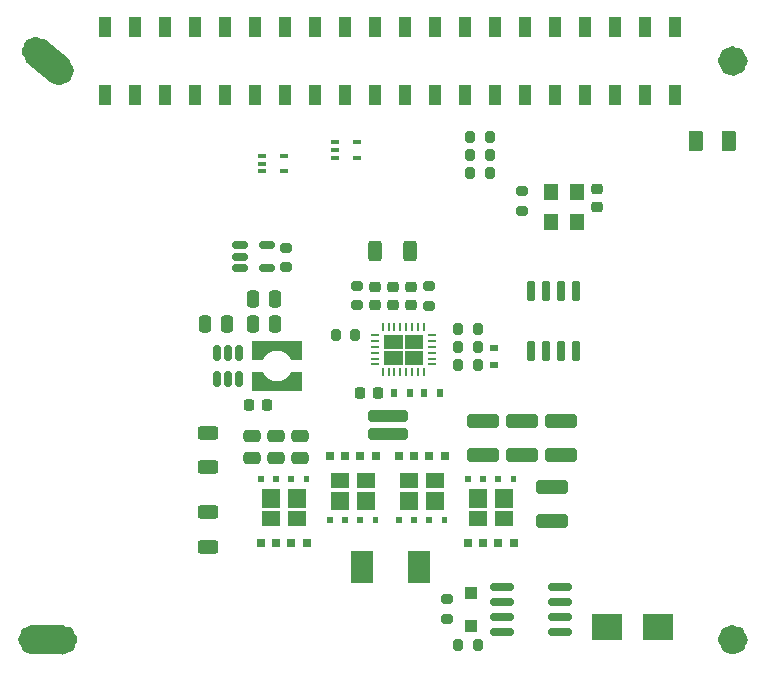
<source format=gbr>
%TF.GenerationSoftware,KiCad,Pcbnew,7.0.10-7.0.10~ubuntu22.04.1*%
%TF.CreationDate,2024-02-04T10:47:15-08:00*%
%TF.ProjectId,PI-Power-Board,50492d50-6f77-4657-922d-426f6172642e,rev?*%
%TF.SameCoordinates,Original*%
%TF.FileFunction,Paste,Top*%
%TF.FilePolarity,Positive*%
%FSLAX46Y46*%
G04 Gerber Fmt 4.6, Leading zero omitted, Abs format (unit mm)*
G04 Created by KiCad (PCBNEW 7.0.10-7.0.10~ubuntu22.04.1) date 2024-02-04 10:47:15*
%MOMM*%
%LPD*%
G01*
G04 APERTURE LIST*
G04 Aperture macros list*
%AMRoundRect*
0 Rectangle with rounded corners*
0 $1 Rounding radius*
0 $2 $3 $4 $5 $6 $7 $8 $9 X,Y pos of 4 corners*
0 Add a 4 corners polygon primitive as box body*
4,1,4,$2,$3,$4,$5,$6,$7,$8,$9,$2,$3,0*
0 Add four circle primitives for the rounded corners*
1,1,$1+$1,$2,$3*
1,1,$1+$1,$4,$5*
1,1,$1+$1,$6,$7*
1,1,$1+$1,$8,$9*
0 Add four rect primitives between the rounded corners*
20,1,$1+$1,$2,$3,$4,$5,0*
20,1,$1+$1,$4,$5,$6,$7,0*
20,1,$1+$1,$6,$7,$8,$9,0*
20,1,$1+$1,$8,$9,$2,$3,0*%
%AMFreePoly0*
4,1,19,2.150000,-1.500000,1.178000,-1.500000,1.004600,-1.196144,0.973342,-1.155910,0.813266,-1.008178,0.631098,-0.888747,0.431787,-0.800859,0.232864,-0.750000,-0.230715,-0.750000,-0.424765,-0.798454,-0.624566,-0.885221,-0.807402,-1.003628,-0.968306,-1.150458,-1.005627,-1.197944,-1.178000,-1.500000,-2.150000,-1.500000,-2.150000,0.100000,2.150000,0.100000,2.150000,-1.500000,2.150000,-1.500000,
$1*%
G04 Aperture macros list end*
%ADD10C,1.250000*%
%ADD11C,0.050000*%
%ADD12RoundRect,0.250000X-1.100000X0.325000X-1.100000X-0.325000X1.100000X-0.325000X1.100000X0.325000X0*%
%ADD13RoundRect,0.200000X0.200000X0.275000X-0.200000X0.275000X-0.200000X-0.275000X0.200000X-0.275000X0*%
%ADD14RoundRect,0.150000X-0.512500X-0.150000X0.512500X-0.150000X0.512500X0.150000X-0.512500X0.150000X0*%
%ADD15RoundRect,0.225000X0.225000X0.250000X-0.225000X0.250000X-0.225000X-0.250000X0.225000X-0.250000X0*%
%ADD16RoundRect,0.250000X0.475000X-0.250000X0.475000X0.250000X-0.475000X0.250000X-0.475000X-0.250000X0*%
%ADD17FreePoly0,180.000000*%
%ADD18FreePoly0,0.000000*%
%ADD19R,1.200000X1.400000*%
%ADD20R,0.660000X0.750000*%
%ADD21R,0.650000X0.400000*%
%ADD22RoundRect,0.250000X-0.625000X0.312500X-0.625000X-0.312500X0.625000X-0.312500X0.625000X0.312500X0*%
%ADD23RoundRect,0.200000X-0.275000X0.200000X-0.275000X-0.200000X0.275000X-0.200000X0.275000X0.200000X0*%
%ADD24RoundRect,0.250000X-0.250000X-0.475000X0.250000X-0.475000X0.250000X0.475000X-0.250000X0.475000X0*%
%ADD25R,1.100000X1.100000*%
%ADD26R,0.600000X0.700000*%
%ADD27RoundRect,0.250000X0.250000X0.475000X-0.250000X0.475000X-0.250000X-0.475000X0.250000X-0.475000X0*%
%ADD28RoundRect,0.150000X-0.825000X-0.150000X0.825000X-0.150000X0.825000X0.150000X-0.825000X0.150000X0*%
%ADD29RoundRect,0.200000X-0.200000X-0.275000X0.200000X-0.275000X0.200000X0.275000X-0.200000X0.275000X0*%
%ADD30R,2.500000X2.300000*%
%ADD31RoundRect,0.200000X0.275000X-0.200000X0.275000X0.200000X-0.275000X0.200000X-0.275000X-0.200000X0*%
%ADD32R,0.700000X0.600000*%
%ADD33RoundRect,0.225000X-0.225000X-0.250000X0.225000X-0.250000X0.225000X0.250000X-0.225000X0.250000X0*%
%ADD34R,1.020000X1.780000*%
%ADD35RoundRect,0.225000X0.250000X-0.225000X0.250000X0.225000X-0.250000X0.225000X-0.250000X-0.225000X0*%
%ADD36RoundRect,0.250000X-0.312500X-0.625000X0.312500X-0.625000X0.312500X0.625000X-0.312500X0.625000X0*%
%ADD37RoundRect,0.250000X1.100000X-0.325000X1.100000X0.325000X-1.100000X0.325000X-1.100000X-0.325000X0*%
%ADD38RoundRect,0.150000X-0.150000X0.512500X-0.150000X-0.512500X0.150000X-0.512500X0.150000X0.512500X0*%
%ADD39RoundRect,0.250000X1.450000X-0.250000X1.450000X0.250000X-1.450000X0.250000X-1.450000X-0.250000X0*%
%ADD40RoundRect,0.150000X-0.150000X0.725000X-0.150000X-0.725000X0.150000X-0.725000X0.150000X0.725000X0*%
%ADD41RoundRect,0.050000X-0.070000X0.250000X-0.070000X-0.250000X0.070000X-0.250000X0.070000X0.250000X0*%
%ADD42RoundRect,0.050000X-0.250000X-0.070000X0.250000X-0.070000X0.250000X0.070000X-0.250000X0.070000X0*%
%ADD43R,1.905000X2.790000*%
%ADD44RoundRect,0.250000X0.375000X0.625000X-0.375000X0.625000X-0.375000X-0.625000X0.375000X-0.625000X0*%
G04 APERTURE END LIST*
%TO.C,Q4*%
G36*
X103180800Y-109608000D02*
G01*
X102680800Y-109608000D01*
X102680800Y-110108000D01*
X103180800Y-110108000D01*
X103180800Y-109608000D01*
G37*
G36*
X101900800Y-109608000D02*
G01*
X101400800Y-109608000D01*
X101400800Y-110108000D01*
X101900800Y-110108000D01*
X101900800Y-109608000D01*
G37*
G36*
X100632338Y-109608000D02*
G01*
X100132338Y-109608000D01*
X100132338Y-110108000D01*
X100632338Y-110108000D01*
X100632338Y-109608000D01*
G37*
G36*
X99350800Y-109608000D02*
G01*
X98850800Y-109608000D01*
X98850800Y-110108000D01*
X99350800Y-110108000D01*
X99350800Y-109608000D01*
G37*
G36*
X102895800Y-110723000D02*
G01*
X101325800Y-110723000D01*
X101325800Y-112308000D01*
X102895800Y-112308000D01*
X102895800Y-110723000D01*
G37*
G36*
X100705800Y-110723000D02*
G01*
X99135800Y-110723000D01*
X99135800Y-112308000D01*
X100705800Y-112308000D01*
X100705800Y-110723000D01*
G37*
G36*
X102895800Y-113845500D02*
G01*
X101325800Y-113845500D01*
X101325800Y-112610500D01*
X102895800Y-112610500D01*
X102895800Y-113845500D01*
G37*
G36*
X100705800Y-113845500D02*
G01*
X99135800Y-113845500D01*
X99135800Y-112610500D01*
X100705800Y-112610500D01*
X100705800Y-113845500D01*
G37*
%TO.C,Q2*%
G36*
X93008800Y-113653000D02*
G01*
X93508800Y-113653000D01*
X93508800Y-113153000D01*
X93008800Y-113153000D01*
X93008800Y-113653000D01*
G37*
G36*
X94288800Y-113653000D02*
G01*
X94788800Y-113653000D01*
X94788800Y-113153000D01*
X94288800Y-113153000D01*
X94288800Y-113653000D01*
G37*
G36*
X95557262Y-113653000D02*
G01*
X96057262Y-113653000D01*
X96057262Y-113153000D01*
X95557262Y-113153000D01*
X95557262Y-113653000D01*
G37*
G36*
X96838800Y-113653000D02*
G01*
X97338800Y-113653000D01*
X97338800Y-113153000D01*
X96838800Y-113153000D01*
X96838800Y-113653000D01*
G37*
G36*
X93293800Y-112538000D02*
G01*
X94863800Y-112538000D01*
X94863800Y-110953000D01*
X93293800Y-110953000D01*
X93293800Y-112538000D01*
G37*
G36*
X95483800Y-112538000D02*
G01*
X97053800Y-112538000D01*
X97053800Y-110953000D01*
X95483800Y-110953000D01*
X95483800Y-112538000D01*
G37*
G36*
X93293800Y-109415500D02*
G01*
X94863800Y-109415500D01*
X94863800Y-110650500D01*
X93293800Y-110650500D01*
X93293800Y-109415500D01*
G37*
G36*
X95483800Y-109415500D02*
G01*
X97053800Y-109415500D01*
X97053800Y-110650500D01*
X95483800Y-110650500D01*
X95483800Y-109415500D01*
G37*
%TO.C,H5*%
D10*
X122125000Y-74500000D02*
G75*
G03*
X120875000Y-74500000I-625000J0D01*
G01*
X120875000Y-74500000D02*
G75*
G03*
X122125000Y-74500000I625000J0D01*
G01*
%TO.C,H3*%
G36*
X62250000Y-122250000D02*
G01*
X64750000Y-122250000D01*
X64750000Y-124750000D01*
X62250000Y-124750000D01*
X62250000Y-122250000D01*
G37*
X62875000Y-123500000D02*
G75*
G03*
X61625000Y-123500000I-625000J0D01*
G01*
X61625000Y-123500000D02*
G75*
G03*
X62875000Y-123500000I625000J0D01*
G01*
X65375000Y-123500000D02*
G75*
G03*
X64125000Y-123500000I-625000J0D01*
G01*
X64125000Y-123500000D02*
G75*
G03*
X65375000Y-123500000I625000J0D01*
G01*
%TO.C,Q3*%
G36*
X85654800Y-109608000D02*
G01*
X85154800Y-109608000D01*
X85154800Y-110108000D01*
X85654800Y-110108000D01*
X85654800Y-109608000D01*
G37*
G36*
X84374800Y-109608000D02*
G01*
X83874800Y-109608000D01*
X83874800Y-110108000D01*
X84374800Y-110108000D01*
X84374800Y-109608000D01*
G37*
G36*
X83106338Y-109608000D02*
G01*
X82606338Y-109608000D01*
X82606338Y-110108000D01*
X83106338Y-110108000D01*
X83106338Y-109608000D01*
G37*
G36*
X81824800Y-109608000D02*
G01*
X81324800Y-109608000D01*
X81324800Y-110108000D01*
X81824800Y-110108000D01*
X81824800Y-109608000D01*
G37*
G36*
X85369800Y-110723000D02*
G01*
X83799800Y-110723000D01*
X83799800Y-112308000D01*
X85369800Y-112308000D01*
X85369800Y-110723000D01*
G37*
G36*
X83179800Y-110723000D02*
G01*
X81609800Y-110723000D01*
X81609800Y-112308000D01*
X83179800Y-112308000D01*
X83179800Y-110723000D01*
G37*
G36*
X85369800Y-113845500D02*
G01*
X83799800Y-113845500D01*
X83799800Y-112610500D01*
X85369800Y-112610500D01*
X85369800Y-113845500D01*
G37*
G36*
X83179800Y-113845500D02*
G01*
X81609800Y-113845500D01*
X81609800Y-112610500D01*
X83179800Y-112610500D01*
X83179800Y-113845500D01*
G37*
%TO.C,Q1*%
G36*
X87166800Y-113653000D02*
G01*
X87666800Y-113653000D01*
X87666800Y-113153000D01*
X87166800Y-113153000D01*
X87166800Y-113653000D01*
G37*
G36*
X88446800Y-113653000D02*
G01*
X88946800Y-113653000D01*
X88946800Y-113153000D01*
X88446800Y-113153000D01*
X88446800Y-113653000D01*
G37*
G36*
X89715262Y-113653000D02*
G01*
X90215262Y-113653000D01*
X90215262Y-113153000D01*
X89715262Y-113153000D01*
X89715262Y-113653000D01*
G37*
G36*
X90996800Y-113653000D02*
G01*
X91496800Y-113653000D01*
X91496800Y-113153000D01*
X90996800Y-113153000D01*
X90996800Y-113653000D01*
G37*
G36*
X87451800Y-112538000D02*
G01*
X89021800Y-112538000D01*
X89021800Y-110953000D01*
X87451800Y-110953000D01*
X87451800Y-112538000D01*
G37*
G36*
X89641800Y-112538000D02*
G01*
X91211800Y-112538000D01*
X91211800Y-110953000D01*
X89641800Y-110953000D01*
X89641800Y-112538000D01*
G37*
G36*
X87451800Y-109415500D02*
G01*
X89021800Y-109415500D01*
X89021800Y-110650500D01*
X87451800Y-110650500D01*
X87451800Y-109415500D01*
G37*
G36*
X89641800Y-109415500D02*
G01*
X91211800Y-109415500D01*
X91211800Y-110650500D01*
X89641800Y-110650500D01*
X89641800Y-109415500D01*
G37*
%TO.C,H1*%
G36*
X63352077Y-72738433D02*
G01*
X65261567Y-74352077D01*
X63647923Y-76261567D01*
X61738433Y-74647923D01*
X63352077Y-72738433D01*
G37*
X63170255Y-73693178D02*
G75*
G03*
X61920255Y-73693178I-625000J0D01*
G01*
X61920255Y-73693178D02*
G75*
G03*
X63170255Y-73693178I625000J0D01*
G01*
X65079745Y-75306822D02*
G75*
G03*
X63829745Y-75306822I-625000J0D01*
G01*
X63829745Y-75306822D02*
G75*
G03*
X65079745Y-75306822I625000J0D01*
G01*
%TO.C,H7*%
X122125000Y-123500000D02*
G75*
G03*
X120875000Y-123500000I-625000J0D01*
G01*
X120875000Y-123500000D02*
G75*
G03*
X122125000Y-123500000I625000J0D01*
G01*
D11*
%TO.C,U5*%
X95204000Y-97741000D02*
X93724000Y-97741000D01*
X93724000Y-97741000D02*
X93724000Y-98821000D01*
X93724000Y-98821000D02*
X95204000Y-98821000D01*
X95204000Y-98821000D02*
X95204000Y-97741000D01*
G36*
X95204000Y-97741000D02*
G01*
X93724000Y-97741000D01*
X93724000Y-98821000D01*
X95204000Y-98821000D01*
X95204000Y-97741000D01*
G37*
X93474000Y-97741000D02*
X91994000Y-97741000D01*
X91994000Y-97741000D02*
X91994000Y-98821000D01*
X91994000Y-98821000D02*
X93474000Y-98821000D01*
X93474000Y-98821000D02*
X93474000Y-97741000D01*
G36*
X93474000Y-97741000D02*
G01*
X91994000Y-97741000D01*
X91994000Y-98821000D01*
X93474000Y-98821000D01*
X93474000Y-97741000D01*
G37*
X95204000Y-99071000D02*
X93724000Y-99071000D01*
X93724000Y-99071000D02*
X93724000Y-100151000D01*
X93724000Y-100151000D02*
X95204000Y-100151000D01*
X95204000Y-100151000D02*
X95204000Y-99071000D01*
G36*
X95204000Y-99071000D02*
G01*
X93724000Y-99071000D01*
X93724000Y-100151000D01*
X95204000Y-100151000D01*
X95204000Y-99071000D01*
G37*
X93474000Y-99071000D02*
X91994000Y-99071000D01*
X91994000Y-99071000D02*
X91994000Y-100151000D01*
X91994000Y-100151000D02*
X93474000Y-100151000D01*
X93474000Y-100151000D02*
X93474000Y-99071000D01*
G36*
X93474000Y-99071000D02*
G01*
X91994000Y-99071000D01*
X91994000Y-100151000D01*
X93474000Y-100151000D01*
X93474000Y-99071000D01*
G37*
%TD*%
D12*
%TO.C,C10*%
X103632000Y-104951000D03*
X103632000Y-107901000D03*
%TD*%
D13*
%TO.C,R9*%
X99885000Y-97168000D03*
X98235000Y-97168000D03*
%TD*%
D14*
%TO.C,U3*%
X79761500Y-90109000D03*
X79761500Y-91059000D03*
X79761500Y-92009000D03*
X82036500Y-92009000D03*
X82036500Y-90109000D03*
%TD*%
D15*
%TO.C,C30*%
X91453000Y-102616000D03*
X89903000Y-102616000D03*
%TD*%
D16*
%TO.C,C14*%
X84836000Y-108138000D03*
X84836000Y-106238000D03*
%TD*%
D17*
%TO.C,L1*%
X82931000Y-102380000D03*
D18*
X82931000Y-98280000D03*
%TD*%
D19*
%TO.C,U2*%
X108288000Y-88138000D03*
X108288000Y-85598000D03*
X106088000Y-85598000D03*
X106088000Y-88138000D03*
%TD*%
D20*
%TO.C,Q4*%
X99095800Y-115333000D03*
X100375800Y-115333000D03*
X101655800Y-115333000D03*
X102935800Y-115333000D03*
%TD*%
D21*
%TO.C,U1*%
X81600000Y-82535000D03*
X81600000Y-83185000D03*
X81600000Y-83835000D03*
X83500000Y-83835000D03*
X83500000Y-82535000D03*
%TD*%
D22*
%TO.C,R14*%
X77089000Y-105979500D03*
X77089000Y-108904500D03*
%TD*%
D20*
%TO.C,Q2*%
X97093800Y-107928000D03*
X95813800Y-107928000D03*
X94533800Y-107928000D03*
X93253800Y-107928000D03*
%TD*%
D23*
%TO.C,R4*%
X103632000Y-85535000D03*
X103632000Y-87185000D03*
%TD*%
D24*
%TO.C,C6*%
X76774000Y-96774000D03*
X78674000Y-96774000D03*
%TD*%
D21*
%TO.C,U11*%
X87816000Y-81387000D03*
X87816000Y-82037000D03*
X87816000Y-82687000D03*
X89716000Y-82687000D03*
X89716000Y-81387000D03*
%TD*%
D23*
%TO.C,R7*%
X89662000Y-93549000D03*
X89662000Y-95199000D03*
%TD*%
D25*
%TO.C,D5*%
X99314000Y-119504000D03*
X99314000Y-122304000D03*
%TD*%
D26*
%TO.C,D4*%
X96712000Y-102616000D03*
X95312000Y-102616000D03*
%TD*%
D12*
%TO.C,C11*%
X106934000Y-104951000D03*
X106934000Y-107901000D03*
%TD*%
D13*
%TO.C,R17*%
X99885000Y-123952000D03*
X98235000Y-123952000D03*
%TD*%
D27*
%TO.C,C7*%
X82738000Y-96774000D03*
X80838000Y-96774000D03*
%TD*%
D26*
%TO.C,D3*%
X92772000Y-102616000D03*
X94172000Y-102616000D03*
%TD*%
D13*
%TO.C,R10*%
X89547200Y-97676000D03*
X87897200Y-97676000D03*
%TD*%
D28*
%TO.C,Q5*%
X101919000Y-118999000D03*
X101919000Y-120269000D03*
X101919000Y-121539000D03*
X101919000Y-122809000D03*
X106869000Y-122809000D03*
X106869000Y-121539000D03*
X106869000Y-120269000D03*
X106869000Y-118999000D03*
%TD*%
D29*
%TO.C,R1*%
X99251000Y-80899000D03*
X100901000Y-80899000D03*
%TD*%
D30*
%TO.C,D6*%
X115180000Y-122428000D03*
X110880000Y-122428000D03*
%TD*%
D31*
%TO.C,R6*%
X83693000Y-91945000D03*
X83693000Y-90295000D03*
%TD*%
D32*
%TO.C,D2*%
X101320600Y-98817200D03*
X101320600Y-100217200D03*
%TD*%
D33*
%TO.C,C8*%
X80505000Y-103632000D03*
X82055000Y-103632000D03*
%TD*%
D31*
%TO.C,R16*%
X97282000Y-121729000D03*
X97282000Y-120079000D03*
%TD*%
D29*
%TO.C,R2*%
X99251000Y-82423000D03*
X100901000Y-82423000D03*
%TD*%
%TO.C,R11*%
X98235000Y-98692000D03*
X99885000Y-98692000D03*
%TD*%
D12*
%TO.C,C9*%
X100330000Y-104951000D03*
X100330000Y-107901000D03*
%TD*%
D16*
%TO.C,C12*%
X80772000Y-108138000D03*
X80772000Y-106238000D03*
%TD*%
D34*
%TO.C,J1*%
X68370000Y-77410000D03*
X68370000Y-71590000D03*
X70910000Y-77410000D03*
X70910000Y-71590000D03*
X73450000Y-77410000D03*
X73450000Y-71590000D03*
X75990000Y-77410000D03*
X75990000Y-71590000D03*
X78530000Y-77410000D03*
X78530000Y-71590000D03*
X81070000Y-77410000D03*
X81070000Y-71590000D03*
X83610000Y-77410000D03*
X83610000Y-71590000D03*
X86150000Y-77410000D03*
X86150000Y-71590000D03*
X88690000Y-77410000D03*
X88690000Y-71590000D03*
X91230000Y-77410000D03*
X91230000Y-71590000D03*
X93770000Y-77410000D03*
X93770000Y-71590000D03*
X96310000Y-77410000D03*
X96310000Y-71590000D03*
X98850000Y-77410000D03*
X98850000Y-71590000D03*
X101390000Y-77410000D03*
X101390000Y-71590000D03*
X103930000Y-77410000D03*
X103930000Y-71590000D03*
X106470000Y-77410000D03*
X106470000Y-71590000D03*
X109010000Y-77410000D03*
X109010000Y-71590000D03*
X111550000Y-77410000D03*
X111550000Y-71590000D03*
X114090000Y-77410000D03*
X114090000Y-71590000D03*
X116630000Y-77410000D03*
X116630000Y-71590000D03*
%TD*%
D29*
%TO.C,R3*%
X99251000Y-83947000D03*
X100901000Y-83947000D03*
%TD*%
D27*
%TO.C,C5*%
X82738000Y-94615000D03*
X80838000Y-94615000D03*
%TD*%
D35*
%TO.C,C3*%
X92710000Y-95162000D03*
X92710000Y-93612000D03*
%TD*%
D20*
%TO.C,Q3*%
X81569800Y-115333000D03*
X82849800Y-115333000D03*
X84129800Y-115333000D03*
X85409800Y-115333000D03*
%TD*%
%TO.C,Q1*%
X91251800Y-107928000D03*
X89971800Y-107928000D03*
X88691800Y-107928000D03*
X87411800Y-107928000D03*
%TD*%
D35*
%TO.C,C2*%
X91186000Y-95162000D03*
X91186000Y-93612000D03*
%TD*%
D36*
%TO.C,R5*%
X91247500Y-90551000D03*
X94172500Y-90551000D03*
%TD*%
D37*
%TO.C,C15*%
X106172000Y-113489000D03*
X106172000Y-110539000D03*
%TD*%
D38*
%TO.C,U6*%
X79690000Y-99192500D03*
X78740000Y-99192500D03*
X77790000Y-99192500D03*
X77790000Y-101467500D03*
X78740000Y-101467500D03*
X79690000Y-101467500D03*
%TD*%
D35*
%TO.C,C1*%
X109982000Y-86881000D03*
X109982000Y-85331000D03*
%TD*%
D39*
%TO.C,R13*%
X92329000Y-106046000D03*
X92329000Y-104546000D03*
%TD*%
D40*
%TO.C,U4*%
X108204000Y-93945000D03*
X106934000Y-93945000D03*
X105664000Y-93945000D03*
X104394000Y-93945000D03*
X104394000Y-99095000D03*
X105664000Y-99095000D03*
X106934000Y-99095000D03*
X108204000Y-99095000D03*
%TD*%
D31*
%TO.C,R8*%
X95758000Y-95212000D03*
X95758000Y-93562000D03*
%TD*%
D41*
%TO.C,U5*%
X95349000Y-97046000D03*
X94849000Y-97046000D03*
X94349000Y-97046000D03*
X93849000Y-97046000D03*
X93349000Y-97046000D03*
X92849000Y-97046000D03*
X92349000Y-97046000D03*
X91849000Y-97046000D03*
D42*
X91199000Y-97696000D03*
X91199000Y-98196000D03*
X91199000Y-98696000D03*
X91199000Y-99196000D03*
X91199000Y-99696000D03*
X91199000Y-100196000D03*
D41*
X91849000Y-100846000D03*
X92349000Y-100846000D03*
X92849000Y-100846000D03*
X93349000Y-100846000D03*
X93849000Y-100846000D03*
X94349000Y-100846000D03*
X94849000Y-100846000D03*
X95349000Y-100846000D03*
D42*
X95999000Y-100196000D03*
X95999000Y-99696000D03*
X95999000Y-99196000D03*
X95999000Y-98696000D03*
X95999000Y-98196000D03*
X95999000Y-97696000D03*
%TD*%
D35*
%TO.C,C4*%
X94234000Y-95162000D03*
X94234000Y-93612000D03*
%TD*%
D22*
%TO.C,R15*%
X77089000Y-112710500D03*
X77089000Y-115635500D03*
%TD*%
D16*
%TO.C,C13*%
X82804000Y-108138000D03*
X82804000Y-106238000D03*
%TD*%
D13*
%TO.C,R12*%
X99885000Y-100216000D03*
X98235000Y-100216000D03*
%TD*%
D43*
%TO.C,L2*%
X94932300Y-117348000D03*
X90081300Y-117348000D03*
%TD*%
D44*
%TO.C,D1*%
X121164000Y-81280000D03*
X118364000Y-81280000D03*
%TD*%
M02*

</source>
